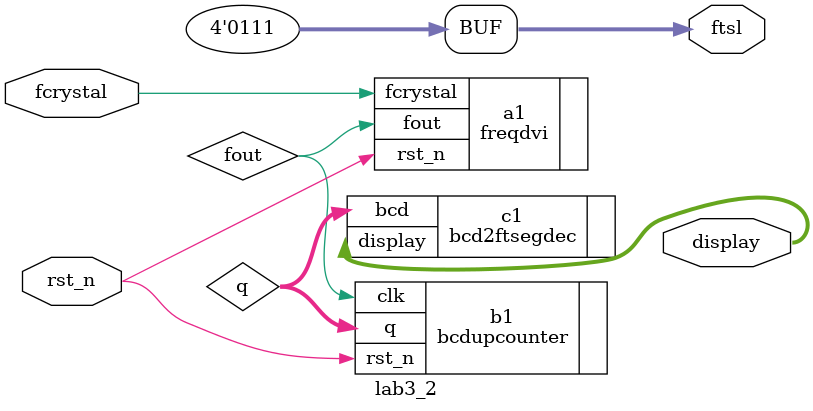
<source format=v>
`timescale 1ns / 1ps
module lab3_2(
	input fcrystal,rst_n,
	output [14:0]display,
	output [3:0]ftsl
);
	 
wire fout;
wire [3:0]q;

assign ftsl = 4'b0111;	 
	 
freqdvi a1(
	.fcrystal(fcrystal),
	.rst_n(rst_n),
	.fout(fout)
);

bcdupcounter b1(
	.q(q),
	.clk(fout),
	.rst_n(rst_n)
);

bcd2ftsegdec c1(
	.display(display),
	.bcd(q) 
);


endmodule

</source>
